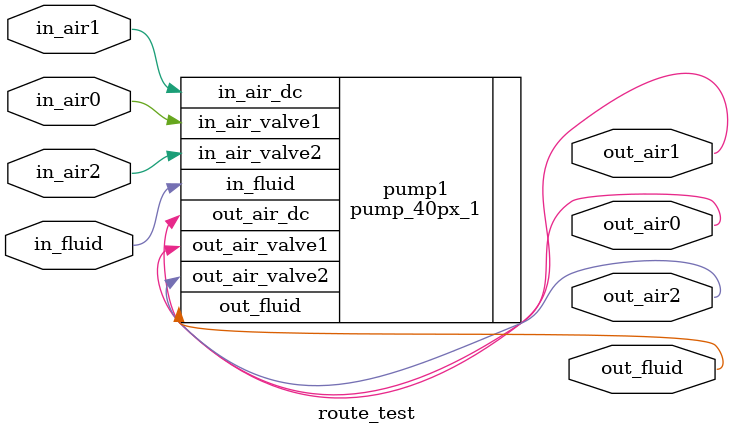
<source format=v>
module route_test (
    in_air0,
    in_air1,
    in_air2,
    in_fluid,
    out_air0,
    out_air1,
    out_air2,
    out_fluid
);

input in_air0, in_air1, in_air2, in_fluid;
output out_air0, out_air1, out_air2, out_fluid;

pump_40px_1 pump1           (.in_air_valve1(in_air0), .in_air_dc(in_air1), .in_air_valve2(in_air2), .in_fluid(in_fluid),
                             .out_air_valve1(out_air0), .out_air_dc(out_air1), .out_air_valve2(out_air2), .out_fluid(out_fluid));

endmodule
</source>
